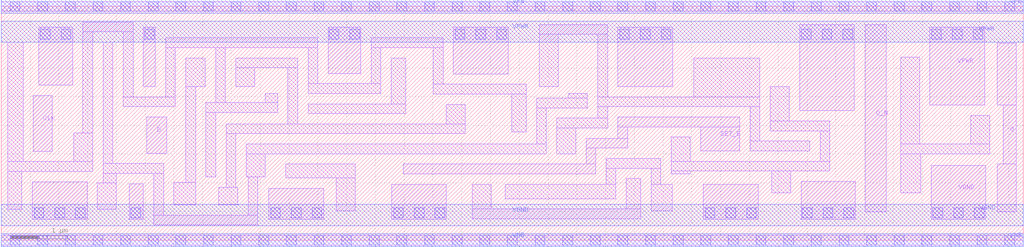
<source format=lef>
# Copyright 2020 The SkyWater PDK Authors
#
# Licensed under the Apache License, Version 2.0 (the "License");
# you may not use this file except in compliance with the License.
# You may obtain a copy of the License at
#
#     https://www.apache.org/licenses/LICENSE-2.0
#
# Unless required by applicable law or agreed to in writing, software
# distributed under the License is distributed on an "AS IS" BASIS,
# WITHOUT WARRANTIES OR CONDITIONS OF ANY KIND, either express or implied.
# See the License for the specific language governing permissions and
# limitations under the License.
#
# SPDX-License-Identifier: Apache-2.0

VERSION 5.7 ;
  NAMESCASESENSITIVE ON ;
  NOWIREEXTENSIONATPIN ON ;
  DIVIDERCHAR "/" ;
  BUSBITCHARS "[]" ;
UNITS
  DATABASE MICRONS 200 ;
END UNITS
MACRO sky130_fd_sc_hvl__dfsbp_1
  CLASS CORE ;
  SOURCE USER ;
  FOREIGN sky130_fd_sc_hvl__dfsbp_1 ;
  ORIGIN  0.000000  0.000000 ;
  SIZE  17.76000 BY  4.070000 ;
  SYMMETRY X Y ;
  SITE unithv ;
  PIN D
    ANTENNAGATEAREA  0.420000 ;
    DIRECTION INPUT ;
    USE SIGNAL ;
    PORT
      LAYER li1 ;
        RECT 2.525000 1.515000 2.875000 2.145000 ;
    END
  END D
  PIN Q
    ANTENNADIFFAREA  0.498750 ;
    DIRECTION OUTPUT ;
    USE SIGNAL ;
    PORT
      LAYER li1 ;
        RECT 17.300000 0.495000 17.635000 1.325000 ;
        RECT 17.300000 2.355000 17.635000 3.435000 ;
        RECT 17.405000 1.325000 17.635000 2.355000 ;
    END
  END Q
  PIN Q_N
    ANTENNADIFFAREA  0.641250 ;
    DIRECTION OUTPUT ;
    USE SIGNAL ;
    PORT
      LAYER li1 ;
        RECT 15.015000 0.495000 15.375000 3.755000 ;
    END
  END Q_N
  PIN SET_B
    ANTENNAGATEAREA  0.840000 ;
    DIRECTION INPUT ;
    USE SIGNAL ;
    PORT
      LAYER li1 ;
        RECT  6.985000 1.155000 10.330000 1.325000 ;
        RECT 10.160000 1.325000 10.330000 1.605000 ;
        RECT 10.160000 1.605000 10.885000 1.775000 ;
        RECT 10.715000 1.775000 10.885000 1.975000 ;
        RECT 10.715000 1.975000 12.830000 2.145000 ;
        RECT 12.150000 1.555000 12.830000 1.975000 ;
    END
  END SET_B
  PIN CLK
    ANTENNAGATEAREA  0.585000 ;
    DIRECTION INPUT ;
    USE CLOCK ;
    PORT
      LAYER li1 ;
        RECT 0.560000 1.550000 0.890000 2.520000 ;
    END
  END CLK
  PIN VGND
    DIRECTION INOUT ;
    USE GROUND ;
    PORT
      LAYER li1 ;
        RECT  0.540000 0.365000  1.490000 1.020000 ;
        RECT  2.220000 0.365000  2.470000 0.985000 ;
        RECT  4.650000 0.365000  5.600000 0.905000 ;
        RECT  6.785000 0.365000  7.735000 0.975000 ;
        RECT 12.200000 0.365000 13.150000 0.975000 ;
        RECT 13.900000 0.365000 14.835000 1.025000 ;
        RECT 16.155000 0.365000 17.105000 1.305000 ;
      LAYER mcon ;
        RECT  0.570000 0.395000  0.740000 0.565000 ;
        RECT  0.930000 0.395000  1.100000 0.565000 ;
        RECT  1.290000 0.395000  1.460000 0.565000 ;
        RECT  2.250000 0.395000  2.420000 0.565000 ;
        RECT  4.680000 0.395000  4.850000 0.565000 ;
        RECT  5.040000 0.395000  5.210000 0.565000 ;
        RECT  5.400000 0.395000  5.570000 0.565000 ;
        RECT  6.815000 0.395000  6.985000 0.565000 ;
        RECT  7.175000 0.395000  7.345000 0.565000 ;
        RECT  7.535000 0.395000  7.705000 0.565000 ;
        RECT 12.230000 0.395000 12.400000 0.565000 ;
        RECT 12.590000 0.395000 12.760000 0.565000 ;
        RECT 12.950000 0.395000 13.120000 0.565000 ;
        RECT 13.920000 0.395000 14.090000 0.565000 ;
        RECT 14.280000 0.395000 14.450000 0.565000 ;
        RECT 14.640000 0.395000 14.810000 0.565000 ;
        RECT 16.185000 0.395000 16.355000 0.565000 ;
        RECT 16.545000 0.395000 16.715000 0.565000 ;
        RECT 16.905000 0.395000 17.075000 0.565000 ;
      LAYER met1 ;
        RECT 0.000000 0.255000 17.760000 0.625000 ;
    END
  END VGND
  PIN VNB
    DIRECTION INOUT ;
    USE GROUND ;
    PORT
      LAYER li1 ;
        RECT 0.000000 -0.085000 17.760000 0.085000 ;
      LAYER mcon ;
        RECT  0.155000 -0.085000  0.325000 0.085000 ;
        RECT  0.635000 -0.085000  0.805000 0.085000 ;
        RECT  1.115000 -0.085000  1.285000 0.085000 ;
        RECT  1.595000 -0.085000  1.765000 0.085000 ;
        RECT  2.075000 -0.085000  2.245000 0.085000 ;
        RECT  2.555000 -0.085000  2.725000 0.085000 ;
        RECT  3.035000 -0.085000  3.205000 0.085000 ;
        RECT  3.515000 -0.085000  3.685000 0.085000 ;
        RECT  3.995000 -0.085000  4.165000 0.085000 ;
        RECT  4.475000 -0.085000  4.645000 0.085000 ;
        RECT  4.955000 -0.085000  5.125000 0.085000 ;
        RECT  5.435000 -0.085000  5.605000 0.085000 ;
        RECT  5.915000 -0.085000  6.085000 0.085000 ;
        RECT  6.395000 -0.085000  6.565000 0.085000 ;
        RECT  6.875000 -0.085000  7.045000 0.085000 ;
        RECT  7.355000 -0.085000  7.525000 0.085000 ;
        RECT  7.835000 -0.085000  8.005000 0.085000 ;
        RECT  8.315000 -0.085000  8.485000 0.085000 ;
        RECT  8.795000 -0.085000  8.965000 0.085000 ;
        RECT  9.275000 -0.085000  9.445000 0.085000 ;
        RECT  9.755000 -0.085000  9.925000 0.085000 ;
        RECT 10.235000 -0.085000 10.405000 0.085000 ;
        RECT 10.715000 -0.085000 10.885000 0.085000 ;
        RECT 11.195000 -0.085000 11.365000 0.085000 ;
        RECT 11.675000 -0.085000 11.845000 0.085000 ;
        RECT 12.155000 -0.085000 12.325000 0.085000 ;
        RECT 12.635000 -0.085000 12.805000 0.085000 ;
        RECT 13.115000 -0.085000 13.285000 0.085000 ;
        RECT 13.595000 -0.085000 13.765000 0.085000 ;
        RECT 14.075000 -0.085000 14.245000 0.085000 ;
        RECT 14.555000 -0.085000 14.725000 0.085000 ;
        RECT 15.035000 -0.085000 15.205000 0.085000 ;
        RECT 15.515000 -0.085000 15.685000 0.085000 ;
        RECT 15.995000 -0.085000 16.165000 0.085000 ;
        RECT 16.475000 -0.085000 16.645000 0.085000 ;
        RECT 16.955000 -0.085000 17.125000 0.085000 ;
        RECT 17.435000 -0.085000 17.605000 0.085000 ;
      LAYER met1 ;
        RECT 0.000000 -0.115000 17.760000 0.115000 ;
    END
  END VNB
  PIN VPB
    DIRECTION INOUT ;
    USE POWER ;
    PORT
      LAYER li1 ;
        RECT 0.000000 3.985000 17.760000 4.155000 ;
      LAYER mcon ;
        RECT  0.155000 3.985000  0.325000 4.155000 ;
        RECT  0.635000 3.985000  0.805000 4.155000 ;
        RECT  1.115000 3.985000  1.285000 4.155000 ;
        RECT  1.595000 3.985000  1.765000 4.155000 ;
        RECT  2.075000 3.985000  2.245000 4.155000 ;
        RECT  2.555000 3.985000  2.725000 4.155000 ;
        RECT  3.035000 3.985000  3.205000 4.155000 ;
        RECT  3.515000 3.985000  3.685000 4.155000 ;
        RECT  3.995000 3.985000  4.165000 4.155000 ;
        RECT  4.475000 3.985000  4.645000 4.155000 ;
        RECT  4.955000 3.985000  5.125000 4.155000 ;
        RECT  5.435000 3.985000  5.605000 4.155000 ;
        RECT  5.915000 3.985000  6.085000 4.155000 ;
        RECT  6.395000 3.985000  6.565000 4.155000 ;
        RECT  6.875000 3.985000  7.045000 4.155000 ;
        RECT  7.355000 3.985000  7.525000 4.155000 ;
        RECT  7.835000 3.985000  8.005000 4.155000 ;
        RECT  8.315000 3.985000  8.485000 4.155000 ;
        RECT  8.795000 3.985000  8.965000 4.155000 ;
        RECT  9.275000 3.985000  9.445000 4.155000 ;
        RECT  9.755000 3.985000  9.925000 4.155000 ;
        RECT 10.235000 3.985000 10.405000 4.155000 ;
        RECT 10.715000 3.985000 10.885000 4.155000 ;
        RECT 11.195000 3.985000 11.365000 4.155000 ;
        RECT 11.675000 3.985000 11.845000 4.155000 ;
        RECT 12.155000 3.985000 12.325000 4.155000 ;
        RECT 12.635000 3.985000 12.805000 4.155000 ;
        RECT 13.115000 3.985000 13.285000 4.155000 ;
        RECT 13.595000 3.985000 13.765000 4.155000 ;
        RECT 14.075000 3.985000 14.245000 4.155000 ;
        RECT 14.555000 3.985000 14.725000 4.155000 ;
        RECT 15.035000 3.985000 15.205000 4.155000 ;
        RECT 15.515000 3.985000 15.685000 4.155000 ;
        RECT 15.995000 3.985000 16.165000 4.155000 ;
        RECT 16.475000 3.985000 16.645000 4.155000 ;
        RECT 16.955000 3.985000 17.125000 4.155000 ;
        RECT 17.435000 3.985000 17.605000 4.155000 ;
      LAYER met1 ;
        RECT 0.000000 3.955000 17.760000 4.185000 ;
    END
  END VPB
  PIN VPWR
    DIRECTION INOUT ;
    USE POWER ;
    PORT
      LAYER li1 ;
        RECT  0.650000 2.700000  1.240000 3.705000 ;
        RECT  2.470000 2.675000  2.675000 3.705000 ;
        RECT  5.680000 2.905000  6.245000 3.705000 ;
        RECT  7.855000 2.895000  8.805000 3.705000 ;
        RECT 10.715000 2.675000 11.665000 3.705000 ;
        RECT 13.870000 2.255000 14.820000 3.755000 ;
        RECT 16.135000 2.355000 17.085000 3.705000 ;
      LAYER mcon ;
        RECT  0.680000 3.505000  0.850000 3.675000 ;
        RECT  1.040000 3.505000  1.210000 3.675000 ;
        RECT  2.490000 3.505000  2.660000 3.675000 ;
        RECT  5.695000 3.505000  5.865000 3.675000 ;
        RECT  6.055000 3.505000  6.225000 3.675000 ;
        RECT  7.885000 3.505000  8.055000 3.675000 ;
        RECT  8.245000 3.505000  8.415000 3.675000 ;
        RECT  8.605000 3.505000  8.775000 3.675000 ;
        RECT 10.745000 3.505000 10.915000 3.675000 ;
        RECT 11.105000 3.505000 11.275000 3.675000 ;
        RECT 11.465000 3.505000 11.635000 3.675000 ;
        RECT 13.900000 3.505000 14.070000 3.675000 ;
        RECT 14.260000 3.505000 14.430000 3.675000 ;
        RECT 14.620000 3.505000 14.790000 3.675000 ;
        RECT 16.165000 3.505000 16.335000 3.675000 ;
        RECT 16.525000 3.505000 16.695000 3.675000 ;
        RECT 16.885000 3.505000 17.055000 3.675000 ;
      LAYER met1 ;
        RECT 0.000000 3.445000 17.760000 3.815000 ;
    END
  END VPWR
  OBS
    LAYER li1 ;
      RECT  0.110000 0.540000  0.360000 1.200000 ;
      RECT  0.110000 1.200000  1.590000 1.370000 ;
      RECT  0.110000 1.370000  0.380000 3.450000 ;
      RECT  1.260000 1.370000  1.590000 1.870000 ;
      RECT  1.420000 1.870000  1.590000 3.630000 ;
      RECT  1.420000 3.630000  2.290000 3.800000 ;
      RECT  1.670000 0.540000  2.000000 1.000000 ;
      RECT  1.770000 1.000000  2.000000 1.165000 ;
      RECT  1.770000 1.165000  2.820000 1.335000 ;
      RECT  1.770000 1.335000  1.940000 3.450000 ;
      RECT  2.120000 2.325000  3.025000 2.495000 ;
      RECT  2.120000 2.495000  2.290000 3.630000 ;
      RECT  2.650000 0.265000  4.460000 0.435000 ;
      RECT  2.650000 0.435000  2.820000 1.165000 ;
      RECT  2.855000 2.495000  3.025000 3.355000 ;
      RECT  2.855000 3.355000  5.500000 3.525000 ;
      RECT  3.000000 0.615000  3.375000 1.005000 ;
      RECT  3.205000 1.005000  3.375000 2.675000 ;
      RECT  3.205000 2.675000  3.545000 3.175000 ;
      RECT  3.555000 1.105000  3.725000 2.225000 ;
      RECT  3.555000 2.225000  4.800000 2.395000 ;
      RECT  3.725000 2.395000  3.895000 3.355000 ;
      RECT  3.780000 0.615000  4.110000 0.925000 ;
      RECT  3.905000 0.925000  4.075000 1.855000 ;
      RECT  3.905000 1.855000  8.060000 2.025000 ;
      RECT  4.075000 2.675000  4.405000 3.005000 ;
      RECT  4.075000 3.005000  5.150000 3.175000 ;
      RECT  4.255000 1.105000  4.585000 1.505000 ;
      RECT  4.255000 1.505000  9.470000 1.675000 ;
      RECT  4.290000 0.435000  4.460000 1.105000 ;
      RECT  4.585000 2.395000  4.800000 2.555000 ;
      RECT  4.945000 1.085000  6.150000 1.325000 ;
      RECT  4.980000 2.025000  5.150000 3.005000 ;
      RECT  5.330000 2.205000  7.025000 2.375000 ;
      RECT  5.330000 2.555000  6.595000 2.725000 ;
      RECT  5.330000 2.725000  5.500000 3.355000 ;
      RECT  5.820000 0.515000  6.150000 1.085000 ;
      RECT  6.425000 2.725000  6.595000 3.355000 ;
      RECT  6.425000 3.355000  7.675000 3.525000 ;
      RECT  6.775000 2.375000  7.025000 3.175000 ;
      RECT  7.505000 2.545000  9.120000 2.715000 ;
      RECT  7.505000 2.715000  7.675000 3.355000 ;
      RECT  7.730000 2.025000  8.060000 2.365000 ;
      RECT  8.185000 0.375000 11.110000 0.545000 ;
      RECT  8.185000 0.545000  8.515000 0.975000 ;
      RECT  8.755000 0.725000 10.680000 0.975000 ;
      RECT  8.870000 1.885000  9.120000 2.545000 ;
      RECT  9.300000 1.675000  9.470000 2.305000 ;
      RECT  9.300000 2.305000 10.185000 2.475000 ;
      RECT  9.345000 2.675000  9.675000 3.585000 ;
      RECT  9.345000 3.585000 10.535000 3.755000 ;
      RECT  9.650000 1.505000  9.980000 1.955000 ;
      RECT  9.650000 1.955000 10.535000 2.125000 ;
      RECT  9.855000 2.475000 10.185000 2.555000 ;
      RECT 10.365000 2.125000 10.535000 2.325000 ;
      RECT 10.365000 2.325000 13.180000 2.495000 ;
      RECT 10.365000 2.495000 10.535000 3.585000 ;
      RECT 10.510000 0.975000 10.680000 1.255000 ;
      RECT 10.510000 1.255000 11.460000 1.425000 ;
      RECT 10.860000 0.545000 11.110000 1.075000 ;
      RECT 11.290000 0.515000 11.660000 0.975000 ;
      RECT 11.290000 0.975000 11.460000 1.255000 ;
      RECT 11.640000 1.155000 11.970000 1.205000 ;
      RECT 11.640000 1.205000 14.395000 1.375000 ;
      RECT 11.640000 1.375000 11.970000 1.795000 ;
      RECT 12.035000 2.495000 13.180000 3.175000 ;
      RECT 13.010000 1.555000 14.045000 1.725000 ;
      RECT 13.010000 1.725000 13.180000 2.325000 ;
      RECT 13.360000 1.905000 14.395000 2.075000 ;
      RECT 13.360000 2.075000 13.690000 2.675000 ;
      RECT 13.390000 0.825000 13.720000 1.205000 ;
      RECT 14.225000 1.375000 14.395000 1.905000 ;
      RECT 15.625000 0.825000 15.975000 1.505000 ;
      RECT 15.625000 1.505000 17.175000 1.675000 ;
      RECT 15.625000 1.675000 15.955000 3.185000 ;
      RECT 16.845000 1.675000 17.175000 2.175000 ;
  END
END sky130_fd_sc_hvl__dfsbp_1

</source>
